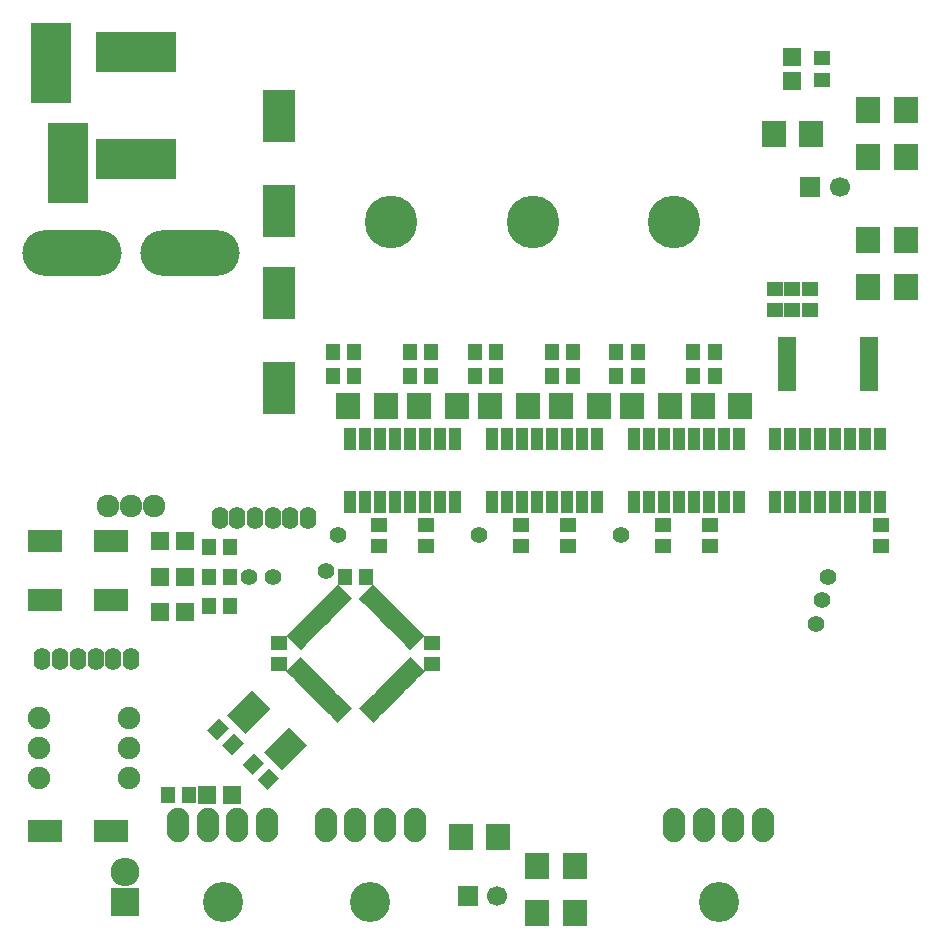
<source format=gbr>
G04 #@! TF.FileFunction,Soldermask,Top*
%FSLAX46Y46*%
G04 Gerber Fmt 4.6, Leading zero omitted, Abs format (unit mm)*
G04 Created by KiCad (PCBNEW 4.0.6) date 03/21/17 17:18:28*
%MOMM*%
%LPD*%
G01*
G04 APERTURE LIST*
%ADD10C,0.100000*%
%ADD11R,2.000000X2.200000*%
%ADD12R,1.400000X1.200000*%
%ADD13R,2.800300X4.400500*%
%ADD14R,1.200000X1.400000*%
%ADD15R,1.000000X1.900000*%
%ADD16O,1.400000X1.924000*%
%ADD17O,1.900000X2.900000*%
%ADD18C,3.400000*%
%ADD19R,3.400000X6.900000*%
%ADD20R,6.851600X3.400000*%
%ADD21C,4.464000*%
%ADD22R,3.000000X1.900000*%
%ADD23C,1.924000*%
%ADD24O,8.400000X3.900000*%
%ADD25R,1.600000X0.800000*%
%ADD26C,1.700000*%
%ADD27R,1.700000X1.700000*%
%ADD28R,2.432000X2.432000*%
%ADD29O,2.432000X2.432000*%
%ADD30C,1.900000*%
%ADD31R,1.598880X1.598880*%
%ADD32C,1.400000*%
G04 APERTURE END LIST*
D10*
D11*
X71400000Y-12500000D03*
X74600000Y-12500000D03*
D10*
G36*
X18555635Y-62065685D02*
X17565685Y-63055635D01*
X16717157Y-62207107D01*
X17707107Y-61217157D01*
X18555635Y-62065685D01*
X18555635Y-62065685D01*
G37*
G36*
X17282843Y-60792893D02*
X16292893Y-61782843D01*
X15444365Y-60934315D01*
X16434315Y-59944365D01*
X17282843Y-60792893D01*
X17282843Y-60792893D01*
G37*
G36*
X18444365Y-63934315D02*
X19434315Y-62944365D01*
X20282843Y-63792893D01*
X19292893Y-64782843D01*
X18444365Y-63934315D01*
X18444365Y-63934315D01*
G37*
G36*
X19717157Y-65207107D02*
X20707107Y-64217157D01*
X21555635Y-65065685D01*
X20565685Y-66055635D01*
X19717157Y-65207107D01*
X19717157Y-65207107D01*
G37*
D12*
X54000000Y-43600000D03*
X54000000Y-45400000D03*
X30000000Y-43600000D03*
X30000000Y-45400000D03*
D11*
X39400000Y-33500000D03*
X42600000Y-33500000D03*
X45400000Y-33500000D03*
X48600000Y-33500000D03*
X71400000Y-8500000D03*
X74600000Y-8500000D03*
X71400000Y-19500000D03*
X74600000Y-19500000D03*
D12*
X46000000Y-43600000D03*
X46000000Y-45400000D03*
X58000000Y-43600000D03*
X58000000Y-45400000D03*
X34000000Y-43600000D03*
X34000000Y-45400000D03*
D10*
G36*
X17105887Y-59727208D02*
X19227208Y-57605887D01*
X20782843Y-59161522D01*
X18661522Y-61282843D01*
X17105887Y-59727208D01*
X17105887Y-59727208D01*
G37*
G36*
X20217157Y-62838478D02*
X22338478Y-60717157D01*
X23894113Y-62272792D01*
X21772792Y-64394113D01*
X20217157Y-62838478D01*
X20217157Y-62838478D01*
G37*
D12*
X42000000Y-43600000D03*
X42000000Y-45400000D03*
D11*
X51400000Y-33500000D03*
X54600000Y-33500000D03*
X57400000Y-33500000D03*
X60600000Y-33500000D03*
X27400000Y-33500000D03*
X30600000Y-33500000D03*
X33400000Y-33500000D03*
X36600000Y-33500000D03*
X71400000Y-23500000D03*
X74600000Y-23500000D03*
D13*
X21500000Y-8999500D03*
X21500000Y-17000500D03*
X21500000Y-23999500D03*
X21500000Y-32000500D03*
D14*
X39900000Y-31000000D03*
X38100000Y-31000000D03*
X46400000Y-31000000D03*
X44600000Y-31000000D03*
X51900000Y-31000000D03*
X50100000Y-31000000D03*
X58400000Y-31000000D03*
X56600000Y-31000000D03*
X27900000Y-31000000D03*
X26100000Y-31000000D03*
X34400000Y-31000000D03*
X32600000Y-31000000D03*
D11*
X66600000Y-10500000D03*
X63400000Y-10500000D03*
D15*
X72445000Y-36300000D03*
X71175000Y-36300000D03*
X69905000Y-36300000D03*
X68635000Y-36300000D03*
X67365000Y-36300000D03*
X66095000Y-36300000D03*
X64825000Y-36300000D03*
X63555000Y-36300000D03*
X63555000Y-41700000D03*
X64825000Y-41700000D03*
X66095000Y-41700000D03*
X67365000Y-41700000D03*
X68635000Y-41700000D03*
X69905000Y-41700000D03*
X71175000Y-41700000D03*
X72445000Y-41700000D03*
D16*
X1500000Y-55000000D03*
X3000000Y-55000000D03*
X4500000Y-55000000D03*
X6000000Y-55000000D03*
X7500000Y-55000000D03*
X9000000Y-55000000D03*
X24000000Y-43000000D03*
X22500000Y-43000000D03*
X21000000Y-43000000D03*
X19500000Y-43000000D03*
X18000000Y-43000000D03*
X16500000Y-43000000D03*
D17*
X13000000Y-69000000D03*
X15500000Y-69000000D03*
X18000000Y-69000000D03*
X20500000Y-69000000D03*
D18*
X16750000Y-75500000D03*
D17*
X25500000Y-69000000D03*
X28000000Y-69000000D03*
X30500000Y-69000000D03*
X33000000Y-69000000D03*
D18*
X29250000Y-75500000D03*
D17*
X55000000Y-69000000D03*
X57500000Y-69000000D03*
X60000000Y-69000000D03*
X62500000Y-69000000D03*
D18*
X58750000Y-75500000D03*
D19*
X2200000Y-4500000D03*
D20*
X9400000Y-3600000D03*
D19*
X3700000Y-13000000D03*
D20*
X9400000Y-12600000D03*
D21*
X43000000Y-18000000D03*
X55000000Y-18000000D03*
X31000000Y-18000000D03*
D14*
X39900000Y-29000000D03*
X38100000Y-29000000D03*
X46400000Y-29000000D03*
X44600000Y-29000000D03*
X51900000Y-29000000D03*
X50100000Y-29000000D03*
X58400000Y-29000000D03*
X56600000Y-29000000D03*
X27900000Y-29000000D03*
X26100000Y-29000000D03*
X34400000Y-29000000D03*
X32600000Y-29000000D03*
D12*
X65000000Y-23600000D03*
X65000000Y-25400000D03*
X63500000Y-23600000D03*
X63500000Y-25400000D03*
X66500000Y-23600000D03*
X66500000Y-25400000D03*
D22*
X1700000Y-69500000D03*
X7300000Y-69500000D03*
D10*
G36*
X22608311Y-56462221D02*
X22148692Y-56002602D01*
X23350773Y-54800521D01*
X23810392Y-55260140D01*
X22608311Y-56462221D01*
X22608311Y-56462221D01*
G37*
G36*
X22961864Y-56815774D02*
X22502245Y-56356155D01*
X23704326Y-55154074D01*
X24163945Y-55613693D01*
X22961864Y-56815774D01*
X22961864Y-56815774D01*
G37*
G36*
X23315418Y-57169328D02*
X22855799Y-56709709D01*
X24057880Y-55507628D01*
X24517499Y-55967247D01*
X23315418Y-57169328D01*
X23315418Y-57169328D01*
G37*
G36*
X23668971Y-57522881D02*
X23209352Y-57063262D01*
X24411433Y-55861181D01*
X24871052Y-56320800D01*
X23668971Y-57522881D01*
X23668971Y-57522881D01*
G37*
G36*
X24022524Y-57876434D02*
X23562905Y-57416815D01*
X24764986Y-56214734D01*
X25224605Y-56674353D01*
X24022524Y-57876434D01*
X24022524Y-57876434D01*
G37*
G36*
X24376078Y-58229988D02*
X23916459Y-57770369D01*
X25118540Y-56568288D01*
X25578159Y-57027907D01*
X24376078Y-58229988D01*
X24376078Y-58229988D01*
G37*
G36*
X24729631Y-58583541D02*
X24270012Y-58123922D01*
X25472093Y-56921841D01*
X25931712Y-57381460D01*
X24729631Y-58583541D01*
X24729631Y-58583541D01*
G37*
G36*
X25083185Y-58937095D02*
X24623566Y-58477476D01*
X25825647Y-57275395D01*
X26285266Y-57735014D01*
X25083185Y-58937095D01*
X25083185Y-58937095D01*
G37*
G36*
X25436738Y-59290648D02*
X24977119Y-58831029D01*
X26179200Y-57628948D01*
X26638819Y-58088567D01*
X25436738Y-59290648D01*
X25436738Y-59290648D01*
G37*
G36*
X25790291Y-59644201D02*
X25330672Y-59184582D01*
X26532753Y-57982501D01*
X26992372Y-58442120D01*
X25790291Y-59644201D01*
X25790291Y-59644201D01*
G37*
G36*
X26143845Y-59997755D02*
X25684226Y-59538136D01*
X26886307Y-58336055D01*
X27345926Y-58795674D01*
X26143845Y-59997755D01*
X26143845Y-59997755D01*
G37*
G36*
X26497398Y-60351308D02*
X26037779Y-59891689D01*
X27239860Y-58689608D01*
X27699479Y-59149227D01*
X26497398Y-60351308D01*
X26497398Y-60351308D01*
G37*
G36*
X29962221Y-59891689D02*
X29502602Y-60351308D01*
X28300521Y-59149227D01*
X28760140Y-58689608D01*
X29962221Y-59891689D01*
X29962221Y-59891689D01*
G37*
G36*
X30315774Y-59538136D02*
X29856155Y-59997755D01*
X28654074Y-58795674D01*
X29113693Y-58336055D01*
X30315774Y-59538136D01*
X30315774Y-59538136D01*
G37*
G36*
X30669328Y-59184582D02*
X30209709Y-59644201D01*
X29007628Y-58442120D01*
X29467247Y-57982501D01*
X30669328Y-59184582D01*
X30669328Y-59184582D01*
G37*
G36*
X31022881Y-58831029D02*
X30563262Y-59290648D01*
X29361181Y-58088567D01*
X29820800Y-57628948D01*
X31022881Y-58831029D01*
X31022881Y-58831029D01*
G37*
G36*
X31376434Y-58477476D02*
X30916815Y-58937095D01*
X29714734Y-57735014D01*
X30174353Y-57275395D01*
X31376434Y-58477476D01*
X31376434Y-58477476D01*
G37*
G36*
X31729988Y-58123922D02*
X31270369Y-58583541D01*
X30068288Y-57381460D01*
X30527907Y-56921841D01*
X31729988Y-58123922D01*
X31729988Y-58123922D01*
G37*
G36*
X32083541Y-57770369D02*
X31623922Y-58229988D01*
X30421841Y-57027907D01*
X30881460Y-56568288D01*
X32083541Y-57770369D01*
X32083541Y-57770369D01*
G37*
G36*
X32437095Y-57416815D02*
X31977476Y-57876434D01*
X30775395Y-56674353D01*
X31235014Y-56214734D01*
X32437095Y-57416815D01*
X32437095Y-57416815D01*
G37*
G36*
X32790648Y-57063262D02*
X32331029Y-57522881D01*
X31128948Y-56320800D01*
X31588567Y-55861181D01*
X32790648Y-57063262D01*
X32790648Y-57063262D01*
G37*
G36*
X33144201Y-56709709D02*
X32684582Y-57169328D01*
X31482501Y-55967247D01*
X31942120Y-55507628D01*
X33144201Y-56709709D01*
X33144201Y-56709709D01*
G37*
G36*
X33497755Y-56356155D02*
X33038136Y-56815774D01*
X31836055Y-55613693D01*
X32295674Y-55154074D01*
X33497755Y-56356155D01*
X33497755Y-56356155D01*
G37*
G36*
X33851308Y-56002602D02*
X33391689Y-56462221D01*
X32189608Y-55260140D01*
X32649227Y-54800521D01*
X33851308Y-56002602D01*
X33851308Y-56002602D01*
G37*
G36*
X32649227Y-54199479D02*
X32189608Y-53739860D01*
X33391689Y-52537779D01*
X33851308Y-52997398D01*
X32649227Y-54199479D01*
X32649227Y-54199479D01*
G37*
G36*
X32295674Y-53845926D02*
X31836055Y-53386307D01*
X33038136Y-52184226D01*
X33497755Y-52643845D01*
X32295674Y-53845926D01*
X32295674Y-53845926D01*
G37*
G36*
X31942120Y-53492372D02*
X31482501Y-53032753D01*
X32684582Y-51830672D01*
X33144201Y-52290291D01*
X31942120Y-53492372D01*
X31942120Y-53492372D01*
G37*
G36*
X31588567Y-53138819D02*
X31128948Y-52679200D01*
X32331029Y-51477119D01*
X32790648Y-51936738D01*
X31588567Y-53138819D01*
X31588567Y-53138819D01*
G37*
G36*
X31235014Y-52785266D02*
X30775395Y-52325647D01*
X31977476Y-51123566D01*
X32437095Y-51583185D01*
X31235014Y-52785266D01*
X31235014Y-52785266D01*
G37*
G36*
X30881460Y-52431712D02*
X30421841Y-51972093D01*
X31623922Y-50770012D01*
X32083541Y-51229631D01*
X30881460Y-52431712D01*
X30881460Y-52431712D01*
G37*
G36*
X30527907Y-52078159D02*
X30068288Y-51618540D01*
X31270369Y-50416459D01*
X31729988Y-50876078D01*
X30527907Y-52078159D01*
X30527907Y-52078159D01*
G37*
G36*
X30174353Y-51724605D02*
X29714734Y-51264986D01*
X30916815Y-50062905D01*
X31376434Y-50522524D01*
X30174353Y-51724605D01*
X30174353Y-51724605D01*
G37*
G36*
X29820800Y-51371052D02*
X29361181Y-50911433D01*
X30563262Y-49709352D01*
X31022881Y-50168971D01*
X29820800Y-51371052D01*
X29820800Y-51371052D01*
G37*
G36*
X29467247Y-51017499D02*
X29007628Y-50557880D01*
X30209709Y-49355799D01*
X30669328Y-49815418D01*
X29467247Y-51017499D01*
X29467247Y-51017499D01*
G37*
G36*
X29113693Y-50663945D02*
X28654074Y-50204326D01*
X29856155Y-49002245D01*
X30315774Y-49461864D01*
X29113693Y-50663945D01*
X29113693Y-50663945D01*
G37*
G36*
X28760140Y-50310392D02*
X28300521Y-49850773D01*
X29502602Y-48648692D01*
X29962221Y-49108311D01*
X28760140Y-50310392D01*
X28760140Y-50310392D01*
G37*
G36*
X27699479Y-49850773D02*
X27239860Y-50310392D01*
X26037779Y-49108311D01*
X26497398Y-48648692D01*
X27699479Y-49850773D01*
X27699479Y-49850773D01*
G37*
G36*
X27345926Y-50204326D02*
X26886307Y-50663945D01*
X25684226Y-49461864D01*
X26143845Y-49002245D01*
X27345926Y-50204326D01*
X27345926Y-50204326D01*
G37*
G36*
X26992372Y-50557880D02*
X26532753Y-51017499D01*
X25330672Y-49815418D01*
X25790291Y-49355799D01*
X26992372Y-50557880D01*
X26992372Y-50557880D01*
G37*
G36*
X26638819Y-50911433D02*
X26179200Y-51371052D01*
X24977119Y-50168971D01*
X25436738Y-49709352D01*
X26638819Y-50911433D01*
X26638819Y-50911433D01*
G37*
G36*
X26285266Y-51264986D02*
X25825647Y-51724605D01*
X24623566Y-50522524D01*
X25083185Y-50062905D01*
X26285266Y-51264986D01*
X26285266Y-51264986D01*
G37*
G36*
X25931712Y-51618540D02*
X25472093Y-52078159D01*
X24270012Y-50876078D01*
X24729631Y-50416459D01*
X25931712Y-51618540D01*
X25931712Y-51618540D01*
G37*
G36*
X25578159Y-51972093D02*
X25118540Y-52431712D01*
X23916459Y-51229631D01*
X24376078Y-50770012D01*
X25578159Y-51972093D01*
X25578159Y-51972093D01*
G37*
G36*
X25224605Y-52325647D02*
X24764986Y-52785266D01*
X23562905Y-51583185D01*
X24022524Y-51123566D01*
X25224605Y-52325647D01*
X25224605Y-52325647D01*
G37*
G36*
X24871052Y-52679200D02*
X24411433Y-53138819D01*
X23209352Y-51936738D01*
X23668971Y-51477119D01*
X24871052Y-52679200D01*
X24871052Y-52679200D01*
G37*
G36*
X24517499Y-53032753D02*
X24057880Y-53492372D01*
X22855799Y-52290291D01*
X23315418Y-51830672D01*
X24517499Y-53032753D01*
X24517499Y-53032753D01*
G37*
G36*
X24163945Y-53386307D02*
X23704326Y-53845926D01*
X22502245Y-52643845D01*
X22961864Y-52184226D01*
X24163945Y-53386307D01*
X24163945Y-53386307D01*
G37*
G36*
X23810392Y-53739860D02*
X23350773Y-54199479D01*
X22148692Y-52997398D01*
X22608311Y-52537779D01*
X23810392Y-53739860D01*
X23810392Y-53739860D01*
G37*
D23*
X7090000Y-42000000D03*
X9000000Y-42000000D03*
X10910000Y-42000000D03*
D24*
X14000000Y-20600000D03*
X4000000Y-20600000D03*
D15*
X39555000Y-41700000D03*
X40825000Y-41700000D03*
X42095000Y-41700000D03*
X43365000Y-41700000D03*
X44635000Y-41700000D03*
X45905000Y-41700000D03*
X47175000Y-41700000D03*
X48445000Y-41700000D03*
X48445000Y-36300000D03*
X47175000Y-36300000D03*
X45905000Y-36300000D03*
X44635000Y-36300000D03*
X43365000Y-36300000D03*
X42095000Y-36300000D03*
X40825000Y-36300000D03*
X39555000Y-36300000D03*
X51555000Y-41700000D03*
X52825000Y-41700000D03*
X54095000Y-41700000D03*
X55365000Y-41700000D03*
X56635000Y-41700000D03*
X57905000Y-41700000D03*
X59175000Y-41700000D03*
X60445000Y-41700000D03*
X60445000Y-36300000D03*
X59175000Y-36300000D03*
X57905000Y-36300000D03*
X56635000Y-36300000D03*
X55365000Y-36300000D03*
X54095000Y-36300000D03*
X52825000Y-36300000D03*
X51555000Y-36300000D03*
X27555000Y-41700000D03*
X28825000Y-41700000D03*
X30095000Y-41700000D03*
X31365000Y-41700000D03*
X32635000Y-41700000D03*
X33905000Y-41700000D03*
X35175000Y-41700000D03*
X36445000Y-41700000D03*
X36445000Y-36300000D03*
X35175000Y-36300000D03*
X33905000Y-36300000D03*
X32635000Y-36300000D03*
X31365000Y-36300000D03*
X30095000Y-36300000D03*
X28825000Y-36300000D03*
X27555000Y-36300000D03*
D25*
X71450000Y-31950000D03*
X71450000Y-31300000D03*
X71450000Y-30650000D03*
X71450000Y-30000000D03*
X71450000Y-29350000D03*
X71450000Y-28700000D03*
X71450000Y-28050000D03*
X64550000Y-28050000D03*
X64550000Y-28700000D03*
X64550000Y-29350000D03*
X64550000Y-30000000D03*
X64550000Y-30650000D03*
X64550000Y-31300000D03*
X64550000Y-31950000D03*
D26*
X69000000Y-15000000D03*
D27*
X66500000Y-15000000D03*
D26*
X40000000Y-75000000D03*
D27*
X37500000Y-75000000D03*
D11*
X43400000Y-72500000D03*
X46600000Y-72500000D03*
X43400000Y-76500000D03*
X46600000Y-76500000D03*
X40100000Y-70000000D03*
X36900000Y-70000000D03*
D28*
X8500000Y-75500000D03*
D29*
X8500000Y-72960000D03*
D22*
X1700000Y-45000000D03*
X7300000Y-45000000D03*
X1700000Y-50000000D03*
X7300000Y-50000000D03*
D30*
X8810000Y-65040000D03*
X8810000Y-62500000D03*
X8810000Y-59960000D03*
X1190000Y-59960000D03*
X1190000Y-62500000D03*
X1190000Y-65040000D03*
D31*
X11450980Y-51000000D03*
X13549020Y-51000000D03*
X11450980Y-45000000D03*
X13549020Y-45000000D03*
X11450980Y-48000000D03*
X13549020Y-48000000D03*
D14*
X15600000Y-50500000D03*
X17400000Y-50500000D03*
X15600000Y-45500000D03*
X17400000Y-45500000D03*
X15600000Y-48000000D03*
X17400000Y-48000000D03*
D12*
X72500000Y-43600000D03*
X72500000Y-45400000D03*
D14*
X27100000Y-48000000D03*
X28900000Y-48000000D03*
D12*
X34500000Y-53600000D03*
X34500000Y-55400000D03*
X21500000Y-55400000D03*
X21500000Y-53600000D03*
D31*
X17549020Y-66500000D03*
X15450980Y-66500000D03*
X65000000Y-6049020D03*
X65000000Y-3950980D03*
D14*
X13900000Y-66500000D03*
X12100000Y-66500000D03*
D12*
X67500000Y-4100000D03*
X67500000Y-5900000D03*
D32*
X25500000Y-47500000D03*
X21000000Y-48000000D03*
X19000000Y-48000000D03*
X67000000Y-52000000D03*
X67500000Y-50000000D03*
X68000000Y-48000000D03*
X50500000Y-44500000D03*
X26500000Y-44500000D03*
X38500000Y-44500000D03*
M02*

</source>
